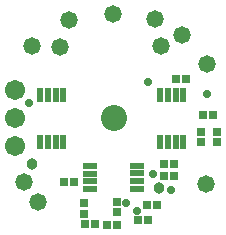
<source format=gts>
%FSTAX23Y23*%
%MOIN*%
%SFA1B1*%

%IPPOS*%
%ADD26R,0.019810X0.045400*%
%ADD27R,0.045400X0.019810*%
%ADD28R,0.031620X0.029650*%
%ADD29R,0.029650X0.031620*%
%ADD30C,0.067060*%
%ADD31C,0.086740*%
%ADD32C,0.028000*%
%ADD33C,0.038000*%
%ADD34C,0.058000*%
%LNactive_electrode-1*%
%LPD*%
G54D26*
X00203Y00505D03*
X00228D03*
X00255D03*
X0028D03*
Y00349D03*
X00255D03*
X00229D03*
X00203D03*
X0068Y00505D03*
X00654D03*
X00628D03*
X00603D03*
Y0035D03*
X00628D03*
X00655D03*
X0068D03*
G54D27*
X00369Y0027D03*
Y00244D03*
Y00218D03*
Y00193D03*
X00525D03*
Y00218D03*
Y00245D03*
Y0027D03*
G54D28*
X00315Y00215D03*
X00281D03*
X0046Y00073D03*
X00426D03*
X00563Y0009D03*
X0053D03*
X00593Y0014D03*
X0056D03*
X00648Y00235D03*
X00615D03*
X00648Y00275D03*
X00615D03*
X00351Y00075D03*
X00385D03*
X00745Y0044D03*
X00778D03*
X00688Y0056D03*
X00655D03*
G54D29*
X0046Y00115D03*
Y00148D03*
X0074Y00383D03*
Y0035D03*
X0035Y00145D03*
Y00111D03*
X00791Y00383D03*
Y0035D03*
G54D30*
X0012Y00524D03*
Y0043D03*
Y00335D03*
G54D31*
X00448Y0043D03*
G54D32*
X00577Y00242D03*
X00165Y0048D03*
X00525Y0012D03*
X0064Y0019D03*
X0049Y00146D03*
X0076Y0051D03*
X00562Y0055D03*
G54D33*
X006Y00195D03*
X00175Y00275D03*
G54D34*
X0015Y00215D03*
X00195Y0015D03*
X0076Y0061D03*
X00675Y00705D03*
X00755Y0021D03*
X0027Y00665D03*
X00605Y0067D03*
X00445Y00775D03*
X00175Y0067D03*
X00585Y0076D03*
X003Y00755D03*
M02*
</source>
